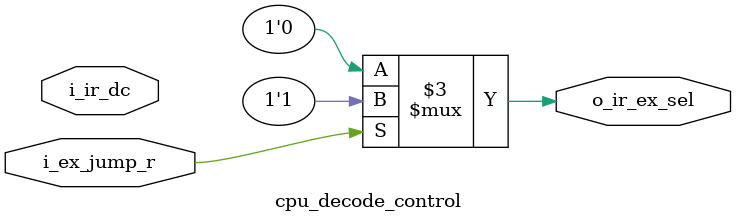
<source format=sv>
module cpu_decode_control (
  // In from jump_detect module
  input i_ex_jump_r,
  
  // In from datapath
  input [15:0] i_ir_dc,
  
  // Out to datapath
  output o_ir_ex_sel
);

always_comb begin
  o_ir_ex_sel = 1'd0;
  
  // Jump using immediate, currently at execute stage, will occur
  // Insert bubble (no-op) into ir_ex
  if (i_ex_jump_r) begin
    o_ir_ex_sel = 1'd1;
  end
  
  // Default
  else begin
    o_ir_ex_sel = 1'd0;
  end
end

endmodule

</source>
